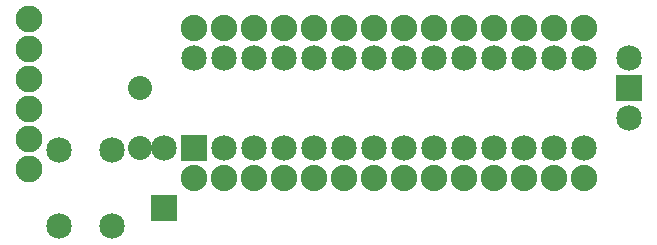
<source format=gts>
G04 MADE WITH FRITZING*
G04 WWW.FRITZING.ORG*
G04 DOUBLE SIDED*
G04 HOLES PLATED*
G04 CONTOUR ON CENTER OF CONTOUR VECTOR*
%ASAXBY*%
%FSLAX23Y23*%
%MOIN*%
%OFA0B0*%
%SFA1.0B1.0*%
%ADD10C,0.085000*%
%ADD11C,0.088000*%
%ADD12C,0.080000*%
%ADD13C,0.089370*%
%ADD14R,0.085000X0.085000*%
%LNMASK1*%
G90*
G70*
G54D10*
X675Y316D03*
X675Y616D03*
X775Y316D03*
X775Y616D03*
X875Y316D03*
X875Y616D03*
X975Y316D03*
X975Y616D03*
X1075Y316D03*
X1075Y616D03*
X1175Y316D03*
X1175Y616D03*
X1275Y316D03*
X1275Y616D03*
X1375Y316D03*
X1375Y616D03*
X1475Y316D03*
X1475Y616D03*
X1575Y316D03*
X1575Y616D03*
X1675Y316D03*
X1675Y616D03*
X1775Y316D03*
X1775Y616D03*
X1875Y316D03*
X1875Y616D03*
X1975Y316D03*
X1975Y616D03*
X575Y116D03*
X575Y316D03*
G54D11*
X675Y216D03*
X775Y216D03*
X875Y216D03*
X975Y216D03*
X1075Y216D03*
X1175Y216D03*
X1275Y216D03*
X1375Y216D03*
X1475Y216D03*
X1575Y216D03*
X1675Y216D03*
X1775Y216D03*
X1875Y216D03*
X1975Y216D03*
X675Y716D03*
X775Y716D03*
X875Y716D03*
X975Y716D03*
X1075Y716D03*
X1175Y716D03*
X1275Y716D03*
X1375Y716D03*
X1475Y716D03*
X1575Y716D03*
X1675Y716D03*
X1775Y716D03*
X1875Y716D03*
X1975Y716D03*
G54D10*
X2125Y616D03*
X2125Y516D03*
X2125Y416D03*
X402Y312D03*
X402Y56D03*
X225Y312D03*
X225Y56D03*
G54D12*
X495Y516D03*
X495Y316D03*
G54D13*
X125Y746D03*
X125Y646D03*
X125Y546D03*
X125Y446D03*
X125Y346D03*
X125Y246D03*
G54D14*
X675Y316D03*
X575Y116D03*
X2125Y516D03*
G04 End of Mask1*
M02*
</source>
